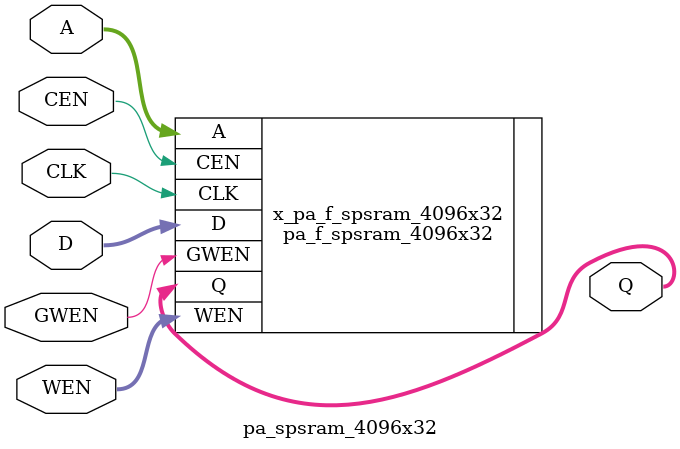
<source format=v>
/*Copyright 2020-2021 T-Head Semiconductor Co., Ltd.

Licensed under the Apache License, Version 2.0 (the "License");
you may not use this file except in compliance with the License.
You may obtain a copy of the License at

    http://www.apache.org/licenses/LICENSE-2.0

Unless required by applicable law or agreed to in writing, software
distributed under the License is distributed on an "AS IS" BASIS,
WITHOUT WARRANTIES OR CONDITIONS OF ANY KIND, either express or implied.
See the License for the specific language governing permissions and
limitations under the License.
*/

// &ModuleBeg; @22
module pa_spsram_4096x32(
  A,
  CEN,
  CLK,
  D,
  GWEN,
  Q,
  WEN
);

// &Ports; @23
input   [11:0]  A;   
input           CEN; 
input           CLK; 
input   [31:0]  D;   
input           GWEN; 
input   [31:0]  WEN; 
output  [31:0]  Q;   

// &Regs; @24

// &Wires; @25
wire    [11:0]  A;   
wire            CEN; 
wire            CLK; 
wire    [31:0]  D;   
wire            GWEN; 
wire    [31:0]  Q;   
wire    [31:0]  WEN; 


//**********************************************************
//                  Parameter Definition
//**********************************************************
parameter ADDR_WIDTH = 12;
parameter DATA_WIDTH = 32;
parameter WE_WIDTH   = 32;

// &Force("bus","Q",DATA_WIDTH-1,0); @34
// &Force("bus","WEN",WE_WIDTH-1,0); @35
// &Force("bus","A",ADDR_WIDTH-1,0); @36
// &Force("bus","D",DATA_WIDTH-1,0); @37

//  //********************************************************
//  //*                        FPGA memory                   *
//  //********************************************************
//   &Instance("pa_f_spsram_4096x32"); @43
pa_f_spsram_4096x32  x_pa_f_spsram_4096x32 (
  .A    (A   ),
  .CEN  (CEN ),
  .CLK  (CLK ),
  .D    (D   ),
  .GWEN (GWEN),
  .Q    (Q   ),
  .WEN  (WEN )
);

//   &Instance("pa_tsmc_spsram_4096x32"); @49
//   &Instance("pa_umc_spsram_4096x32"); @61

// &ModuleEnd; @65
endmodule



</source>
